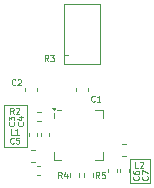
<source format=gbr>
%TF.GenerationSoftware,KiCad,Pcbnew,8.0.0*%
%TF.CreationDate,2024-08-25T13:38:48+02:00*%
%TF.ProjectId,Detector_PTFE,44657465-6374-46f7-925f-505446452e6b,rev?*%
%TF.SameCoordinates,Original*%
%TF.FileFunction,Legend,Top*%
%TF.FilePolarity,Positive*%
%FSLAX46Y46*%
G04 Gerber Fmt 4.6, Leading zero omitted, Abs format (unit mm)*
G04 Created by KiCad (PCBNEW 8.0.0) date 2024-08-25 13:38:48*
%MOMM*%
%LPD*%
G01*
G04 APERTURE LIST*
%ADD10C,0.100000*%
%ADD11C,0.125000*%
%ADD12C,0.120000*%
G04 APERTURE END LIST*
D10*
X54229000Y-38989000D02*
X55880000Y-38989000D01*
X55880000Y-41021000D01*
X54229000Y-41021000D01*
X54229000Y-38989000D01*
X43561000Y-34417000D02*
X45466000Y-34417000D01*
X45466000Y-37973000D01*
X43561000Y-37973000D01*
X43561000Y-34417000D01*
X48641000Y-25908000D02*
X51689000Y-25908000D01*
X51689000Y-30988000D01*
X48641000Y-30988000D01*
X48641000Y-25908000D01*
D11*
X47287666Y-30704809D02*
X47121000Y-30466714D01*
X47001952Y-30704809D02*
X47001952Y-30204809D01*
X47001952Y-30204809D02*
X47192428Y-30204809D01*
X47192428Y-30204809D02*
X47240047Y-30228619D01*
X47240047Y-30228619D02*
X47263857Y-30252428D01*
X47263857Y-30252428D02*
X47287666Y-30300047D01*
X47287666Y-30300047D02*
X47287666Y-30371476D01*
X47287666Y-30371476D02*
X47263857Y-30419095D01*
X47263857Y-30419095D02*
X47240047Y-30442904D01*
X47240047Y-30442904D02*
X47192428Y-30466714D01*
X47192428Y-30466714D02*
X47001952Y-30466714D01*
X47454333Y-30204809D02*
X47763857Y-30204809D01*
X47763857Y-30204809D02*
X47597190Y-30395285D01*
X47597190Y-30395285D02*
X47668619Y-30395285D01*
X47668619Y-30395285D02*
X47716238Y-30419095D01*
X47716238Y-30419095D02*
X47740047Y-30442904D01*
X47740047Y-30442904D02*
X47763857Y-30490523D01*
X47763857Y-30490523D02*
X47763857Y-30609571D01*
X47763857Y-30609571D02*
X47740047Y-30657190D01*
X47740047Y-30657190D02*
X47716238Y-30681000D01*
X47716238Y-30681000D02*
X47668619Y-30704809D01*
X47668619Y-30704809D02*
X47525762Y-30704809D01*
X47525762Y-30704809D02*
X47478143Y-30681000D01*
X47478143Y-30681000D02*
X47454333Y-30657190D01*
X44366666Y-35149809D02*
X44200000Y-34911714D01*
X44080952Y-35149809D02*
X44080952Y-34649809D01*
X44080952Y-34649809D02*
X44271428Y-34649809D01*
X44271428Y-34649809D02*
X44319047Y-34673619D01*
X44319047Y-34673619D02*
X44342857Y-34697428D01*
X44342857Y-34697428D02*
X44366666Y-34745047D01*
X44366666Y-34745047D02*
X44366666Y-34816476D01*
X44366666Y-34816476D02*
X44342857Y-34864095D01*
X44342857Y-34864095D02*
X44319047Y-34887904D01*
X44319047Y-34887904D02*
X44271428Y-34911714D01*
X44271428Y-34911714D02*
X44080952Y-34911714D01*
X44557143Y-34697428D02*
X44580952Y-34673619D01*
X44580952Y-34673619D02*
X44628571Y-34649809D01*
X44628571Y-34649809D02*
X44747619Y-34649809D01*
X44747619Y-34649809D02*
X44795238Y-34673619D01*
X44795238Y-34673619D02*
X44819047Y-34697428D01*
X44819047Y-34697428D02*
X44842857Y-34745047D01*
X44842857Y-34745047D02*
X44842857Y-34792666D01*
X44842857Y-34792666D02*
X44819047Y-34864095D01*
X44819047Y-34864095D02*
X44533333Y-35149809D01*
X44533333Y-35149809D02*
X44842857Y-35149809D01*
X45135190Y-35897333D02*
X45159000Y-35921142D01*
X45159000Y-35921142D02*
X45182809Y-35992571D01*
X45182809Y-35992571D02*
X45182809Y-36040190D01*
X45182809Y-36040190D02*
X45159000Y-36111618D01*
X45159000Y-36111618D02*
X45111380Y-36159237D01*
X45111380Y-36159237D02*
X45063761Y-36183047D01*
X45063761Y-36183047D02*
X44968523Y-36206856D01*
X44968523Y-36206856D02*
X44897095Y-36206856D01*
X44897095Y-36206856D02*
X44801857Y-36183047D01*
X44801857Y-36183047D02*
X44754238Y-36159237D01*
X44754238Y-36159237D02*
X44706619Y-36111618D01*
X44706619Y-36111618D02*
X44682809Y-36040190D01*
X44682809Y-36040190D02*
X44682809Y-35992571D01*
X44682809Y-35992571D02*
X44706619Y-35921142D01*
X44706619Y-35921142D02*
X44730428Y-35897333D01*
X44849476Y-35468761D02*
X45182809Y-35468761D01*
X44659000Y-35587809D02*
X45016142Y-35706856D01*
X45016142Y-35706856D02*
X45016142Y-35397333D01*
X44373190Y-35897333D02*
X44397000Y-35921142D01*
X44397000Y-35921142D02*
X44420809Y-35992571D01*
X44420809Y-35992571D02*
X44420809Y-36040190D01*
X44420809Y-36040190D02*
X44397000Y-36111618D01*
X44397000Y-36111618D02*
X44349380Y-36159237D01*
X44349380Y-36159237D02*
X44301761Y-36183047D01*
X44301761Y-36183047D02*
X44206523Y-36206856D01*
X44206523Y-36206856D02*
X44135095Y-36206856D01*
X44135095Y-36206856D02*
X44039857Y-36183047D01*
X44039857Y-36183047D02*
X43992238Y-36159237D01*
X43992238Y-36159237D02*
X43944619Y-36111618D01*
X43944619Y-36111618D02*
X43920809Y-36040190D01*
X43920809Y-36040190D02*
X43920809Y-35992571D01*
X43920809Y-35992571D02*
X43944619Y-35921142D01*
X43944619Y-35921142D02*
X43968428Y-35897333D01*
X43920809Y-35730666D02*
X43920809Y-35421142D01*
X43920809Y-35421142D02*
X44111285Y-35587809D01*
X44111285Y-35587809D02*
X44111285Y-35516380D01*
X44111285Y-35516380D02*
X44135095Y-35468761D01*
X44135095Y-35468761D02*
X44158904Y-35444952D01*
X44158904Y-35444952D02*
X44206523Y-35421142D01*
X44206523Y-35421142D02*
X44325571Y-35421142D01*
X44325571Y-35421142D02*
X44373190Y-35444952D01*
X44373190Y-35444952D02*
X44397000Y-35468761D01*
X44397000Y-35468761D02*
X44420809Y-35516380D01*
X44420809Y-35516380D02*
X44420809Y-35659237D01*
X44420809Y-35659237D02*
X44397000Y-35706856D01*
X44397000Y-35706856D02*
X44373190Y-35730666D01*
X44366666Y-36927809D02*
X44128571Y-36927809D01*
X44128571Y-36927809D02*
X44128571Y-36427809D01*
X44795238Y-36927809D02*
X44509524Y-36927809D01*
X44652381Y-36927809D02*
X44652381Y-36427809D01*
X44652381Y-36427809D02*
X44604762Y-36499238D01*
X44604762Y-36499238D02*
X44557143Y-36546857D01*
X44557143Y-36546857D02*
X44509524Y-36570666D01*
X55676190Y-40469333D02*
X55700000Y-40493142D01*
X55700000Y-40493142D02*
X55723809Y-40564571D01*
X55723809Y-40564571D02*
X55723809Y-40612190D01*
X55723809Y-40612190D02*
X55700000Y-40683618D01*
X55700000Y-40683618D02*
X55652380Y-40731237D01*
X55652380Y-40731237D02*
X55604761Y-40755047D01*
X55604761Y-40755047D02*
X55509523Y-40778856D01*
X55509523Y-40778856D02*
X55438095Y-40778856D01*
X55438095Y-40778856D02*
X55342857Y-40755047D01*
X55342857Y-40755047D02*
X55295238Y-40731237D01*
X55295238Y-40731237D02*
X55247619Y-40683618D01*
X55247619Y-40683618D02*
X55223809Y-40612190D01*
X55223809Y-40612190D02*
X55223809Y-40564571D01*
X55223809Y-40564571D02*
X55247619Y-40493142D01*
X55247619Y-40493142D02*
X55271428Y-40469333D01*
X55223809Y-40302666D02*
X55223809Y-39969333D01*
X55223809Y-39969333D02*
X55723809Y-40183618D01*
X51605666Y-40610809D02*
X51439000Y-40372714D01*
X51319952Y-40610809D02*
X51319952Y-40110809D01*
X51319952Y-40110809D02*
X51510428Y-40110809D01*
X51510428Y-40110809D02*
X51558047Y-40134619D01*
X51558047Y-40134619D02*
X51581857Y-40158428D01*
X51581857Y-40158428D02*
X51605666Y-40206047D01*
X51605666Y-40206047D02*
X51605666Y-40277476D01*
X51605666Y-40277476D02*
X51581857Y-40325095D01*
X51581857Y-40325095D02*
X51558047Y-40348904D01*
X51558047Y-40348904D02*
X51510428Y-40372714D01*
X51510428Y-40372714D02*
X51319952Y-40372714D01*
X52058047Y-40110809D02*
X51819952Y-40110809D01*
X51819952Y-40110809D02*
X51796143Y-40348904D01*
X51796143Y-40348904D02*
X51819952Y-40325095D01*
X51819952Y-40325095D02*
X51867571Y-40301285D01*
X51867571Y-40301285D02*
X51986619Y-40301285D01*
X51986619Y-40301285D02*
X52034238Y-40325095D01*
X52034238Y-40325095D02*
X52058047Y-40348904D01*
X52058047Y-40348904D02*
X52081857Y-40396523D01*
X52081857Y-40396523D02*
X52081857Y-40515571D01*
X52081857Y-40515571D02*
X52058047Y-40563190D01*
X52058047Y-40563190D02*
X52034238Y-40587000D01*
X52034238Y-40587000D02*
X51986619Y-40610809D01*
X51986619Y-40610809D02*
X51867571Y-40610809D01*
X51867571Y-40610809D02*
X51819952Y-40587000D01*
X51819952Y-40587000D02*
X51796143Y-40563190D01*
X44493666Y-32689190D02*
X44469857Y-32713000D01*
X44469857Y-32713000D02*
X44398428Y-32736809D01*
X44398428Y-32736809D02*
X44350809Y-32736809D01*
X44350809Y-32736809D02*
X44279381Y-32713000D01*
X44279381Y-32713000D02*
X44231762Y-32665380D01*
X44231762Y-32665380D02*
X44207952Y-32617761D01*
X44207952Y-32617761D02*
X44184143Y-32522523D01*
X44184143Y-32522523D02*
X44184143Y-32451095D01*
X44184143Y-32451095D02*
X44207952Y-32355857D01*
X44207952Y-32355857D02*
X44231762Y-32308238D01*
X44231762Y-32308238D02*
X44279381Y-32260619D01*
X44279381Y-32260619D02*
X44350809Y-32236809D01*
X44350809Y-32236809D02*
X44398428Y-32236809D01*
X44398428Y-32236809D02*
X44469857Y-32260619D01*
X44469857Y-32260619D02*
X44493666Y-32284428D01*
X44684143Y-32284428D02*
X44707952Y-32260619D01*
X44707952Y-32260619D02*
X44755571Y-32236809D01*
X44755571Y-32236809D02*
X44874619Y-32236809D01*
X44874619Y-32236809D02*
X44922238Y-32260619D01*
X44922238Y-32260619D02*
X44946047Y-32284428D01*
X44946047Y-32284428D02*
X44969857Y-32332047D01*
X44969857Y-32332047D02*
X44969857Y-32379666D01*
X44969857Y-32379666D02*
X44946047Y-32451095D01*
X44946047Y-32451095D02*
X44660333Y-32736809D01*
X44660333Y-32736809D02*
X44969857Y-32736809D01*
X54914190Y-40469333D02*
X54938000Y-40493142D01*
X54938000Y-40493142D02*
X54961809Y-40564571D01*
X54961809Y-40564571D02*
X54961809Y-40612190D01*
X54961809Y-40612190D02*
X54938000Y-40683618D01*
X54938000Y-40683618D02*
X54890380Y-40731237D01*
X54890380Y-40731237D02*
X54842761Y-40755047D01*
X54842761Y-40755047D02*
X54747523Y-40778856D01*
X54747523Y-40778856D02*
X54676095Y-40778856D01*
X54676095Y-40778856D02*
X54580857Y-40755047D01*
X54580857Y-40755047D02*
X54533238Y-40731237D01*
X54533238Y-40731237D02*
X54485619Y-40683618D01*
X54485619Y-40683618D02*
X54461809Y-40612190D01*
X54461809Y-40612190D02*
X54461809Y-40564571D01*
X54461809Y-40564571D02*
X54485619Y-40493142D01*
X54485619Y-40493142D02*
X54509428Y-40469333D01*
X54461809Y-40040761D02*
X54461809Y-40135999D01*
X54461809Y-40135999D02*
X54485619Y-40183618D01*
X54485619Y-40183618D02*
X54509428Y-40207428D01*
X54509428Y-40207428D02*
X54580857Y-40255047D01*
X54580857Y-40255047D02*
X54676095Y-40278856D01*
X54676095Y-40278856D02*
X54866571Y-40278856D01*
X54866571Y-40278856D02*
X54914190Y-40255047D01*
X54914190Y-40255047D02*
X54938000Y-40231237D01*
X54938000Y-40231237D02*
X54961809Y-40183618D01*
X54961809Y-40183618D02*
X54961809Y-40088380D01*
X54961809Y-40088380D02*
X54938000Y-40040761D01*
X54938000Y-40040761D02*
X54914190Y-40016952D01*
X54914190Y-40016952D02*
X54866571Y-39993142D01*
X54866571Y-39993142D02*
X54747523Y-39993142D01*
X54747523Y-39993142D02*
X54699904Y-40016952D01*
X54699904Y-40016952D02*
X54676095Y-40040761D01*
X54676095Y-40040761D02*
X54652285Y-40088380D01*
X54652285Y-40088380D02*
X54652285Y-40183618D01*
X54652285Y-40183618D02*
X54676095Y-40231237D01*
X54676095Y-40231237D02*
X54699904Y-40255047D01*
X54699904Y-40255047D02*
X54747523Y-40278856D01*
X54907666Y-39721809D02*
X54669571Y-39721809D01*
X54669571Y-39721809D02*
X54669571Y-39221809D01*
X55050524Y-39269428D02*
X55074333Y-39245619D01*
X55074333Y-39245619D02*
X55121952Y-39221809D01*
X55121952Y-39221809D02*
X55241000Y-39221809D01*
X55241000Y-39221809D02*
X55288619Y-39245619D01*
X55288619Y-39245619D02*
X55312428Y-39269428D01*
X55312428Y-39269428D02*
X55336238Y-39317047D01*
X55336238Y-39317047D02*
X55336238Y-39364666D01*
X55336238Y-39364666D02*
X55312428Y-39436095D01*
X55312428Y-39436095D02*
X55026714Y-39721809D01*
X55026714Y-39721809D02*
X55336238Y-39721809D01*
X48430666Y-40610809D02*
X48264000Y-40372714D01*
X48144952Y-40610809D02*
X48144952Y-40110809D01*
X48144952Y-40110809D02*
X48335428Y-40110809D01*
X48335428Y-40110809D02*
X48383047Y-40134619D01*
X48383047Y-40134619D02*
X48406857Y-40158428D01*
X48406857Y-40158428D02*
X48430666Y-40206047D01*
X48430666Y-40206047D02*
X48430666Y-40277476D01*
X48430666Y-40277476D02*
X48406857Y-40325095D01*
X48406857Y-40325095D02*
X48383047Y-40348904D01*
X48383047Y-40348904D02*
X48335428Y-40372714D01*
X48335428Y-40372714D02*
X48144952Y-40372714D01*
X48859238Y-40277476D02*
X48859238Y-40610809D01*
X48740190Y-40087000D02*
X48621143Y-40444142D01*
X48621143Y-40444142D02*
X48930666Y-40444142D01*
X51224666Y-34086190D02*
X51200857Y-34110000D01*
X51200857Y-34110000D02*
X51129428Y-34133809D01*
X51129428Y-34133809D02*
X51081809Y-34133809D01*
X51081809Y-34133809D02*
X51010381Y-34110000D01*
X51010381Y-34110000D02*
X50962762Y-34062380D01*
X50962762Y-34062380D02*
X50938952Y-34014761D01*
X50938952Y-34014761D02*
X50915143Y-33919523D01*
X50915143Y-33919523D02*
X50915143Y-33848095D01*
X50915143Y-33848095D02*
X50938952Y-33752857D01*
X50938952Y-33752857D02*
X50962762Y-33705238D01*
X50962762Y-33705238D02*
X51010381Y-33657619D01*
X51010381Y-33657619D02*
X51081809Y-33633809D01*
X51081809Y-33633809D02*
X51129428Y-33633809D01*
X51129428Y-33633809D02*
X51200857Y-33657619D01*
X51200857Y-33657619D02*
X51224666Y-33681428D01*
X51700857Y-34133809D02*
X51415143Y-34133809D01*
X51558000Y-34133809D02*
X51558000Y-33633809D01*
X51558000Y-33633809D02*
X51510381Y-33705238D01*
X51510381Y-33705238D02*
X51462762Y-33752857D01*
X51462762Y-33752857D02*
X51415143Y-33776666D01*
X44366666Y-37642190D02*
X44342857Y-37666000D01*
X44342857Y-37666000D02*
X44271428Y-37689809D01*
X44271428Y-37689809D02*
X44223809Y-37689809D01*
X44223809Y-37689809D02*
X44152381Y-37666000D01*
X44152381Y-37666000D02*
X44104762Y-37618380D01*
X44104762Y-37618380D02*
X44080952Y-37570761D01*
X44080952Y-37570761D02*
X44057143Y-37475523D01*
X44057143Y-37475523D02*
X44057143Y-37404095D01*
X44057143Y-37404095D02*
X44080952Y-37308857D01*
X44080952Y-37308857D02*
X44104762Y-37261238D01*
X44104762Y-37261238D02*
X44152381Y-37213619D01*
X44152381Y-37213619D02*
X44223809Y-37189809D01*
X44223809Y-37189809D02*
X44271428Y-37189809D01*
X44271428Y-37189809D02*
X44342857Y-37213619D01*
X44342857Y-37213619D02*
X44366666Y-37237428D01*
X44819047Y-37189809D02*
X44580952Y-37189809D01*
X44580952Y-37189809D02*
X44557143Y-37427904D01*
X44557143Y-37427904D02*
X44580952Y-37404095D01*
X44580952Y-37404095D02*
X44628571Y-37380285D01*
X44628571Y-37380285D02*
X44747619Y-37380285D01*
X44747619Y-37380285D02*
X44795238Y-37404095D01*
X44795238Y-37404095D02*
X44819047Y-37427904D01*
X44819047Y-37427904D02*
X44842857Y-37475523D01*
X44842857Y-37475523D02*
X44842857Y-37594571D01*
X44842857Y-37594571D02*
X44819047Y-37642190D01*
X44819047Y-37642190D02*
X44795238Y-37666000D01*
X44795238Y-37666000D02*
X44747619Y-37689809D01*
X44747619Y-37689809D02*
X44628571Y-37689809D01*
X44628571Y-37689809D02*
X44580952Y-37666000D01*
X44580952Y-37666000D02*
X44557143Y-37642190D01*
D12*
%TO.C,R3*%
X48921641Y-30227000D02*
X48614359Y-30227000D01*
X48921641Y-30987000D02*
X48614359Y-30987000D01*
%TO.C,R2*%
X46635641Y-35029939D02*
X46328359Y-35029939D01*
X46635641Y-35789939D02*
X46328359Y-35789939D01*
%TO.C,C4*%
X46630000Y-36826103D02*
X46630000Y-37041775D01*
X47350000Y-36826103D02*
X47350000Y-37041775D01*
%TO.C,C3*%
X45614000Y-36826103D02*
X45614000Y-37041775D01*
X46334000Y-36826103D02*
X46334000Y-37041775D01*
%TO.C,L1*%
X45811221Y-38201939D02*
X46136779Y-38201939D01*
X45811221Y-39221939D02*
X46136779Y-39221939D01*
%TO.C,C7*%
X53361000Y-40089775D02*
X53361000Y-39874103D01*
X54081000Y-40089775D02*
X54081000Y-39874103D01*
%TO.C,R5*%
X50293000Y-40209298D02*
X50293000Y-40516580D01*
X51053000Y-40209298D02*
X51053000Y-40516580D01*
%TO.C,C2*%
X45337000Y-32983359D02*
X45337000Y-33264519D01*
X46357000Y-32983359D02*
X46357000Y-33264519D01*
%TO.C,C6*%
X52345000Y-40089775D02*
X52345000Y-39874103D01*
X53065000Y-40089775D02*
X53065000Y-39874103D01*
%TO.C,U1*%
X47730000Y-35547939D02*
X47730000Y-35112939D01*
X47730000Y-39092939D02*
X47730000Y-38417939D01*
X48405000Y-34872939D02*
X48030000Y-34872939D01*
X48405000Y-39092939D02*
X47730000Y-39092939D01*
X51275000Y-34872939D02*
X51950000Y-34872939D01*
X51275000Y-39092939D02*
X51950000Y-39092939D01*
X51950000Y-34872939D02*
X51950000Y-35547939D01*
X51950000Y-39092939D02*
X51950000Y-38417939D01*
X47730000Y-34872939D02*
X47590000Y-34682939D01*
X47870000Y-34682939D01*
X47730000Y-34872939D01*
G36*
X47730000Y-34872939D02*
G01*
X47590000Y-34682939D01*
X47870000Y-34682939D01*
X47730000Y-34872939D01*
G37*
%TO.C,L2*%
X53883779Y-37693939D02*
X53558221Y-37693939D01*
X53883779Y-38713939D02*
X53558221Y-38713939D01*
%TO.C,R4*%
X49150000Y-40209298D02*
X49150000Y-40516580D01*
X49910000Y-40209298D02*
X49910000Y-40516580D01*
%TO.C,C1*%
X49655000Y-32983359D02*
X49655000Y-33264519D01*
X50675000Y-32983359D02*
X50675000Y-33264519D01*
%TO.C,C5*%
X46374164Y-39621939D02*
X46589836Y-39621939D01*
X46374164Y-40341939D02*
X46589836Y-40341939D01*
%TD*%
M02*

</source>
